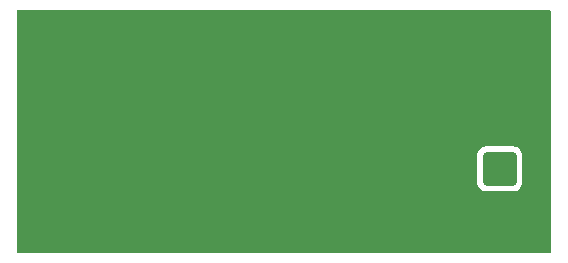
<source format=gbr>
%TF.GenerationSoftware,KiCad,Pcbnew,9.0.4*%
%TF.CreationDate,2025-09-26T16:48:27+03:00*%
%TF.ProjectId,voltage_reg,766f6c74-6167-4655-9f72-65672e6b6963,rev?*%
%TF.SameCoordinates,Original*%
%TF.FileFunction,Copper,L2,Bot*%
%TF.FilePolarity,Positive*%
%FSLAX46Y46*%
G04 Gerber Fmt 4.6, Leading zero omitted, Abs format (unit mm)*
G04 Created by KiCad (PCBNEW 9.0.4) date 2025-09-26 16:48:27*
%MOMM*%
%LPD*%
G01*
G04 APERTURE LIST*
G04 Aperture macros list*
%AMRoundRect*
0 Rectangle with rounded corners*
0 $1 Rounding radius*
0 $2 $3 $4 $5 $6 $7 $8 $9 X,Y pos of 4 corners*
0 Add a 4 corners polygon primitive as box body*
4,1,4,$2,$3,$4,$5,$6,$7,$8,$9,$2,$3,0*
0 Add four circle primitives for the rounded corners*
1,1,$1+$1,$2,$3*
1,1,$1+$1,$4,$5*
1,1,$1+$1,$6,$7*
1,1,$1+$1,$8,$9*
0 Add four rect primitives between the rounded corners*
20,1,$1+$1,$2,$3,$4,$5,0*
20,1,$1+$1,$4,$5,$6,$7,0*
20,1,$1+$1,$6,$7,$8,$9,0*
20,1,$1+$1,$8,$9,$2,$3,0*%
G04 Aperture macros list end*
%TA.AperFunction,ComponentPad*%
%ADD10RoundRect,0.250001X1.149999X-1.149999X1.149999X1.149999X-1.149999X1.149999X-1.149999X-1.149999X0*%
%TD*%
%TA.AperFunction,ComponentPad*%
%ADD11C,2.800000*%
%TD*%
%TA.AperFunction,ViaPad*%
%ADD12C,0.600000*%
%TD*%
G04 APERTURE END LIST*
D10*
%TO.P,J2,1,Pin_1*%
%TO.N,+3.3V*%
X170607500Y-106300000D03*
D11*
%TO.P,J2,2,Pin_2*%
%TO.N,GND*%
X170607500Y-101300000D03*
%TD*%
D12*
%TO.N,GND*%
X168500000Y-95500000D03*
X174500000Y-95500000D03*
X170500000Y-95500000D03*
X172500000Y-95500000D03*
X166500000Y-95500000D03*
X170500000Y-112500000D03*
X172500000Y-112500000D03*
X166500000Y-112500000D03*
X168500000Y-112500000D03*
X174500000Y-112500000D03*
X174500000Y-111000000D03*
X172500000Y-111000000D03*
X166500000Y-111000000D03*
X170500000Y-111000000D03*
X168500000Y-111000000D03*
X154500000Y-103000000D03*
X154500000Y-102000000D03*
X153500000Y-102000000D03*
X152500000Y-102000000D03*
X157000000Y-100500000D03*
X157000000Y-95500000D03*
X140500000Y-100500000D03*
X140500000Y-95500000D03*
X173500000Y-101000000D03*
X173500000Y-99500000D03*
X167500000Y-101000000D03*
X167500000Y-99500000D03*
X137500000Y-110000000D03*
X135500000Y-110000000D03*
X133500000Y-110000000D03*
X131500000Y-110000000D03*
X135000000Y-97000000D03*
X133500000Y-97000000D03*
X132000000Y-97000000D03*
X141500000Y-102500000D03*
X145000000Y-102500000D03*
X151500000Y-102000000D03*
X150500000Y-103000000D03*
X146000000Y-102500000D03*
X140500000Y-102500000D03*
X136500000Y-99000000D03*
X136500000Y-97000000D03*
X135500000Y-108500000D03*
X133500000Y-108500000D03*
X131500000Y-108500000D03*
X150500000Y-102000000D03*
X146000000Y-103500000D03*
X140500000Y-103500000D03*
X132000000Y-95000000D03*
X133500000Y-95000000D03*
X135000000Y-95000000D03*
X136500000Y-95000000D03*
X138000000Y-95000000D03*
X160000000Y-94000000D03*
X160000000Y-96000000D03*
X160000000Y-102000000D03*
X160000000Y-98000000D03*
X160000000Y-100000000D03*
X166500000Y-97000000D03*
X168500000Y-97000000D03*
X170500000Y-97000000D03*
X172500000Y-97000000D03*
X174500000Y-97000000D03*
%TD*%
%TA.AperFunction,Conductor*%
%TO.N,GND*%
G36*
X174902539Y-92840185D02*
G01*
X174948294Y-92892989D01*
X174959500Y-92944500D01*
X174959500Y-113315500D01*
X174939815Y-113382539D01*
X174887011Y-113428294D01*
X174835500Y-113439500D01*
X129874500Y-113439500D01*
X129807461Y-113419815D01*
X129761706Y-113367011D01*
X129750500Y-113315500D01*
X129750500Y-105099984D01*
X168707000Y-105099984D01*
X168707000Y-107500015D01*
X168717500Y-107602795D01*
X168717501Y-107602796D01*
X168772686Y-107769335D01*
X168772687Y-107769337D01*
X168864786Y-107918651D01*
X168864789Y-107918655D01*
X168988844Y-108042710D01*
X168988848Y-108042713D01*
X169138162Y-108134812D01*
X169138164Y-108134813D01*
X169138166Y-108134814D01*
X169304703Y-108189999D01*
X169407492Y-108200500D01*
X169407497Y-108200500D01*
X171807503Y-108200500D01*
X171807508Y-108200500D01*
X171910297Y-108189999D01*
X172076834Y-108134814D01*
X172226155Y-108042711D01*
X172350211Y-107918655D01*
X172442314Y-107769334D01*
X172497499Y-107602797D01*
X172508000Y-107500008D01*
X172508000Y-105099992D01*
X172497499Y-104997203D01*
X172442314Y-104830666D01*
X172350211Y-104681345D01*
X172226155Y-104557289D01*
X172226151Y-104557286D01*
X172076837Y-104465187D01*
X172076835Y-104465186D01*
X171993565Y-104437593D01*
X171910297Y-104410001D01*
X171910295Y-104410000D01*
X171807515Y-104399500D01*
X171807508Y-104399500D01*
X169407492Y-104399500D01*
X169407484Y-104399500D01*
X169304704Y-104410000D01*
X169304703Y-104410001D01*
X169138164Y-104465186D01*
X169138162Y-104465187D01*
X168988848Y-104557286D01*
X168988844Y-104557289D01*
X168864789Y-104681344D01*
X168864786Y-104681348D01*
X168772687Y-104830662D01*
X168772686Y-104830664D01*
X168717501Y-104997203D01*
X168717500Y-104997204D01*
X168707000Y-105099984D01*
X129750500Y-105099984D01*
X129750500Y-92944500D01*
X129770185Y-92877461D01*
X129822989Y-92831706D01*
X129874500Y-92820500D01*
X174835500Y-92820500D01*
X174902539Y-92840185D01*
G37*
%TD.AperFunction*%
%TD*%
M02*

</source>
